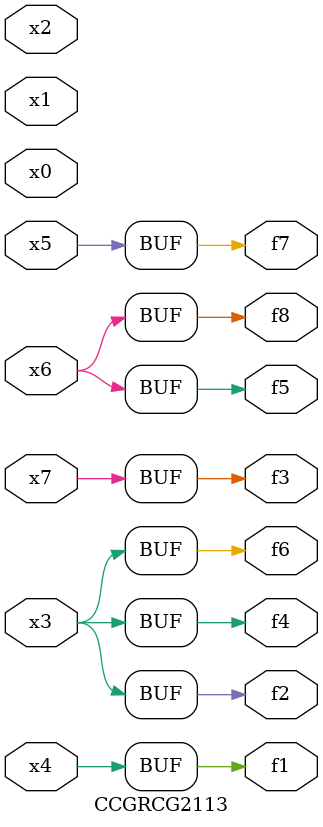
<source format=v>
module CCGRCG2113(
	input x0, x1, x2, x3, x4, x5, x6, x7,
	output f1, f2, f3, f4, f5, f6, f7, f8
);
	assign f1 = x4;
	assign f2 = x3;
	assign f3 = x7;
	assign f4 = x3;
	assign f5 = x6;
	assign f6 = x3;
	assign f7 = x5;
	assign f8 = x6;
endmodule

</source>
